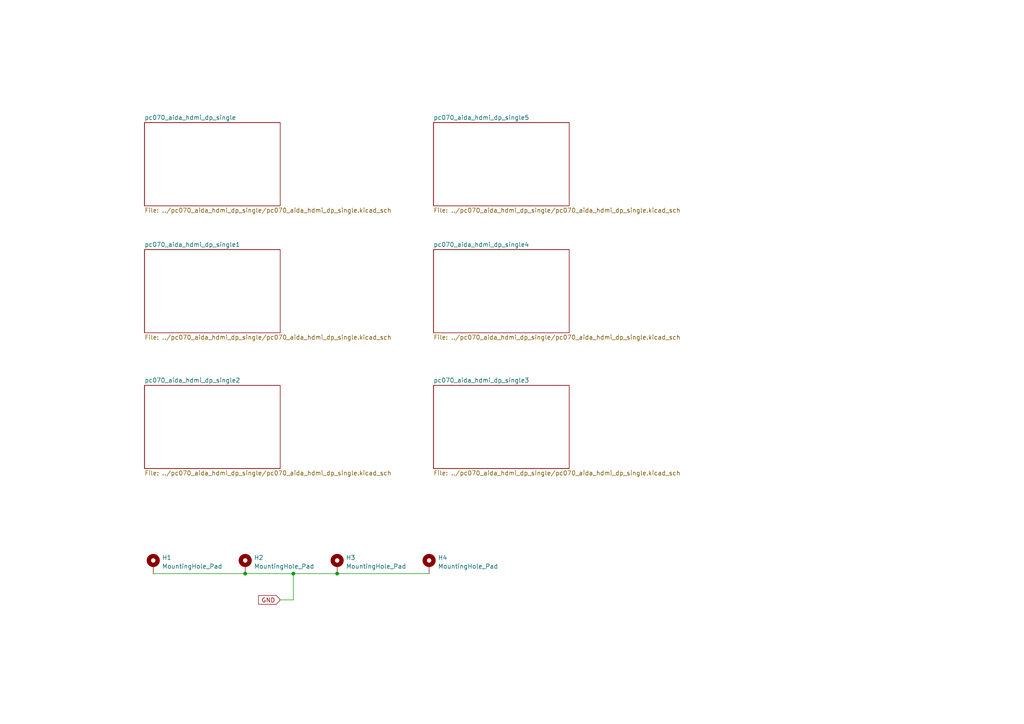
<source format=kicad_sch>
(kicad_sch (version 20211123) (generator eeschema)
  (paper "A4")
  (lib_symbols
    (symbol "Mechanical:MountingHole_Pad" (pin_numbers hide) (pin_names (offset 1.016) hide)
      (property "Reference" "H" (at 0 6.35 0))
      (property "Value" "MountingHole_Pad" (at 0 4.445 0))
      (symbol "MountingHole_Pad_0_1"
        (circle (center 0 1.27) (radius 1.27) (stroke (width 1.27)))
      )
      (symbol "MountingHole_Pad_1_1"
        (pin input line (at 0 -2.54 90) (length 2.54) (name "1") (number "1"))
      )
    )
  )
  (junction (at 85.09 166.37))
  (junction (at 71.12 166.37))
  (junction (at 97.79 166.37))
  (wire (pts (xy 71.12 166.37) (xy 85.09 166.37)))
  (wire (pts (xy 81.28 173.99) (xy 85.09 173.99)))
  (wire (pts (xy 85.09 166.37) (xy 85.09 173.99)))
  (wire (pts (xy 85.09 166.37) (xy 97.79 166.37)))
  (wire (pts (xy 97.79 166.37) (xy 124.46 166.37)))
  (wire (pts (xy 44.45 166.37) (xy 71.12 166.37)))
  (global_label "GND" (shape input) (at 81.28 173.99 180) (property "Intersheet References" "${INTERSHEET_REFS}" (effects hide)))
  (symbol (lib_id "Mechanical:MountingHole_Pad") (at 124.46 163.83 0) (unit 1)
    (property "Reference" "H4" (at 127 161.7253 0) (effects (justify left)))
    (property "Value" "MountingHole_Pad" (at 127 164.2622 0) (effects (justify left)))
    (property "Footprint" "MountingHole:MountingHole_3.2mm_M3_DIN965_Pad_TopBottom" (effects hide))
  )
  (symbol (lib_id "Mechanical:MountingHole_Pad") (at 97.79 163.83 0) (unit 1)
    (property "Reference" "H3" (at 100.33 161.7253 0) (effects (justify left)))
    (property "Value" "MountingHole_Pad" (at 100.33 164.2622 0) (effects (justify left)))
    (property "Footprint" "MountingHole:MountingHole_3.2mm_M3_DIN965_Pad_TopBottom" (effects hide))
  )
  (symbol (lib_id "Mechanical:MountingHole_Pad") (at 71.12 163.83 0) (unit 1)
    (property "Reference" "H2" (at 73.66 161.7253 0) (effects (justify left)))
    (property "Value" "MountingHole_Pad" (at 73.66 164.2622 0) (effects (justify left)))
    (property "Footprint" "MountingHole:MountingHole_3.2mm_M3_DIN965_Pad_TopBottom" (effects hide))
  )
  (symbol (lib_id "Mechanical:MountingHole_Pad") (at 44.45 163.83 0) (unit 1)
    (property "Reference" "H1" (at 46.99 161.7253 0) (effects (justify left)))
    (property "Value" "MountingHole_Pad" (at 46.99 164.2622 0) (effects (justify left)))
    (property "Footprint" "MountingHole:MountingHole_3.2mm_M3_DIN965_Pad_TopBottom" (effects hide))
  )
  (sheet (at 41.91 72.39) (size 39.37 24.13) (stroke (width 0.1524))
    (property "Sheet name" "pc070_aida_hdmi_dp_single1" (at 41.91 71.6784 0) (effects (justify left bottom)))
    (property "Sheet file" "../pc070_aida_hdmi_dp_single/pc070_aida_hdmi_dp_single.kicad_sch" (at 41.91 97.1046 0) (effects (justify left top)))
  )
  (sheet (at 41.91 35.56) (size 39.37 24.13) (stroke (width 0.1524))
    (property "Sheet name" "pc070_aida_hdmi_dp_single" (at 41.91 34.8484 0) (effects (justify left bottom)))
    (property "Sheet file" "../pc070_aida_hdmi_dp_single/pc070_aida_hdmi_dp_single.kicad_sch" (at 41.91 60.2746 0) (effects (justify left top)))
  )
  (sheet (at 125.73 35.56) (size 39.37 24.13) (stroke (width 0.1524))
    (property "Sheet name" "pc070_aida_hdmi_dp_single5" (at 125.73 34.8484 0) (effects (justify left bottom)))
    (property "Sheet file" "../pc070_aida_hdmi_dp_single/pc070_aida_hdmi_dp_single.kicad_sch" (at 125.73 60.2746 0) (effects (justify left top)))
  )
  (sheet (at 41.91 111.76) (size 39.37 24.13) (stroke (width 0.1524))
    (property "Sheet name" "pc070_aida_hdmi_dp_single2" (at 41.91 111.0484 0) (effects (justify left bottom)))
    (property "Sheet file" "../pc070_aida_hdmi_dp_single/pc070_aida_hdmi_dp_single.kicad_sch" (at 41.91 136.4746 0) (effects (justify left top)))
  )
  (sheet (at 125.73 72.39) (size 39.37 24.13) (stroke (width 0.1524))
    (property "Sheet name" "pc070_aida_hdmi_dp_single4" (at 125.73 71.6784 0) (effects (justify left bottom)))
    (property "Sheet file" "../pc070_aida_hdmi_dp_single/pc070_aida_hdmi_dp_single.kicad_sch" (at 125.73 97.1046 0) (effects (justify left top)))
  )
  (sheet (at 125.73 111.76) (size 39.37 24.13) (stroke (width 0.1524))
    (property "Sheet name" "pc070_aida_hdmi_dp_single3" (at 125.73 111.0484 0) (effects (justify left bottom)))
    (property "Sheet file" "../pc070_aida_hdmi_dp_single/pc070_aida_hdmi_dp_single.kicad_sch" (at 125.73 136.4746 0) (effects (justify left top)))
  )
)
</source>
